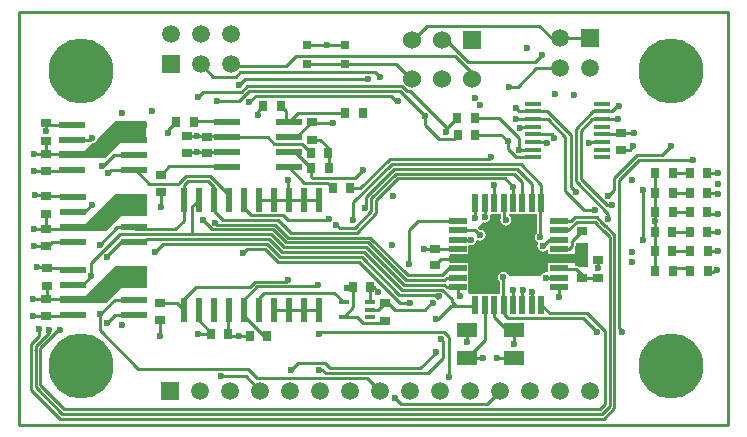
<source format=gtl>
G04*
G04 #@! TF.GenerationSoftware,Altium Limited,Altium Designer,18.1.9 (240)*
G04*
G04 Layer_Physical_Order=1*
G04 Layer_Color=255*
%FSLAX44Y44*%
%MOMM*%
G71*
G01*
G75*
%ADD13C,0.2540*%
%ADD19R,0.7000X0.9000*%
%ADD20R,0.9000X0.8000*%
%ADD21R,0.8000X0.9000*%
%ADD22R,0.9000X0.7000*%
%ADD23R,0.8500X0.4000*%
%ADD24R,1.4000X0.4500*%
%ADD25R,2.2000X0.6000*%
%ADD26R,0.5500X1.5000*%
%ADD27R,1.5000X0.5500*%
%ADD28R,0.7000X0.7500*%
%ADD29R,1.8000X1.2000*%
%ADD30R,0.6000X2.0000*%
%ADD48C,1.5000*%
%ADD49R,1.5000X1.5000*%
%ADD50C,1.5240*%
%ADD51R,1.5240X1.5240*%
%ADD52C,5.5000*%
%ADD53C,0.6000*%
G36*
X107696Y257048D02*
Y238760D01*
X85852D01*
X72898Y225806D01*
X33782D01*
Y231648D01*
X55118D01*
X62051Y238581D01*
X63233Y238817D01*
X64730Y239816D01*
X65729Y241313D01*
X65965Y242495D01*
X80772Y257302D01*
X107442D01*
X107696Y257048D01*
D02*
G37*
G36*
X438026Y178432D02*
Y162361D01*
X437936Y162302D01*
X436936Y160805D01*
X436585Y159040D01*
X436936Y157275D01*
X437936Y155778D01*
X438889Y155142D01*
X439433Y154778D01*
X439220Y153526D01*
X438969Y153149D01*
X438617Y151384D01*
X438969Y149619D01*
X439968Y148122D01*
X441465Y147122D01*
X443230Y146771D01*
X444995Y147122D01*
X446492Y148122D01*
X446726Y148473D01*
X447996Y148088D01*
Y144506D01*
X466044D01*
Y144576D01*
X470882Y144595D01*
Y151254D01*
X470971Y151700D01*
X470971Y151700D01*
Y154432D01*
X481838D01*
Y134552D01*
X480925Y133668D01*
X473705Y133904D01*
X473514Y134094D01*
X472590Y134712D01*
X471500Y134929D01*
X470882Y135927D01*
Y137160D01*
X464820D01*
Y137054D01*
X447996D01*
Y130101D01*
X446726Y129189D01*
X445704Y129393D01*
X443939Y129042D01*
X442442Y128042D01*
X441442Y126545D01*
X441432Y126492D01*
X414316D01*
X414217Y126987D01*
X413218Y128484D01*
X411721Y129483D01*
X409956Y129835D01*
X408191Y129483D01*
X406694Y128484D01*
X405695Y126987D01*
X405343Y125222D01*
X405695Y123457D01*
X406694Y121960D01*
X407107Y121685D01*
Y110804D01*
X381746D01*
X380044Y112506D01*
Y120506D01*
Y128506D01*
Y137054D01*
X364490D01*
X364490Y144506D01*
X380044D01*
Y151287D01*
X381314Y152319D01*
X382078Y152167D01*
X383843Y152519D01*
X385340Y153518D01*
X386339Y155015D01*
X386575Y156198D01*
X387827Y156837D01*
X387899Y156841D01*
X388379Y156521D01*
X390144Y156169D01*
X391909Y156521D01*
X393406Y157520D01*
X394406Y159017D01*
X394757Y160782D01*
X394406Y162547D01*
X393406Y164044D01*
X391909Y165044D01*
X390144Y165395D01*
X389657Y165298D01*
X388160Y166794D01*
X388116Y167242D01*
X392415Y171541D01*
X394020Y171221D01*
X395785Y171572D01*
X397282Y172572D01*
X398282Y174069D01*
X398633Y175834D01*
X398313Y177439D01*
X399631Y178756D01*
X407519D01*
Y175289D01*
X407169Y173530D01*
X407520Y171765D01*
X408520Y170268D01*
X410017Y169268D01*
X411782Y168917D01*
X413547Y169268D01*
X415044Y170268D01*
X416044Y171765D01*
X416395Y173530D01*
X416044Y175295D01*
X415044Y176792D01*
X414004Y177486D01*
X414390Y178756D01*
X437702D01*
X438026Y178432D01*
D02*
G37*
G36*
X108204Y195646D02*
Y177358D01*
X86360D01*
X73406Y164404D01*
X34290D01*
Y170246D01*
X55626D01*
X81280Y195900D01*
X107950D01*
X108204Y195646D01*
D02*
G37*
G36*
Y134278D02*
Y115990D01*
X86360D01*
X73406Y103036D01*
X34290D01*
Y108878D01*
X55626D01*
X81280Y134532D01*
X107950D01*
X108204Y134278D01*
D02*
G37*
D13*
X396170Y17621D02*
X407400Y28851D01*
X323247Y17621D02*
X396170D01*
X318262Y22606D02*
X323247Y17621D01*
X22403Y254480D02*
X40668D01*
X38259Y13557D02*
X491303D01*
X17898Y33918D02*
X38259Y13557D01*
X36387Y9493D02*
X492986D01*
X13834Y32045D02*
X36387Y9493D01*
X34064Y5429D02*
X495301D01*
X9770Y29723D02*
X34064Y5429D01*
X9770Y29723D02*
Y61388D01*
X491303Y13557D02*
X495808Y18062D01*
Y79746D01*
X499872Y16379D02*
Y159512D01*
X492986Y9493D02*
X499872Y16379D01*
X503936Y14064D02*
Y161195D01*
X495301Y5429D02*
X503936Y14064D01*
X366363Y104140D02*
Y106397D01*
X358000Y114760D02*
X366363Y106397D01*
X357952Y126952D02*
X363780Y132780D01*
X348150Y126952D02*
X357952D01*
X348020Y126822D02*
X348150Y126952D01*
X328892Y126822D02*
X348020D01*
X359870Y122888D02*
X361762Y124780D01*
X349833Y122888D02*
X359870D01*
X349627Y122682D02*
X349833Y122888D01*
X327285Y122682D02*
X349627D01*
X361727Y116780D02*
X371020D01*
X359683Y118824D02*
X361727Y116780D01*
X351517Y118824D02*
X359683D01*
X351311Y118618D02*
X351517Y118824D01*
X325601Y118618D02*
X351311D01*
X353200Y114760D02*
X358000D01*
X352994Y114554D02*
X353200Y114760D01*
X323918Y114554D02*
X352994D01*
X355346Y108966D02*
X355600D01*
X354330Y107950D02*
X355346Y108966D01*
X348488Y103124D02*
X350520D01*
X343075Y97711D02*
X348488Y103124D01*
X225898Y244348D02*
X228184D01*
X234566Y243586D02*
X247654Y256674D01*
X228184Y243586D02*
X234566D01*
X247654Y256674D02*
X248296Y256032D01*
X265684D01*
X239332Y237792D02*
X247000Y230124D01*
X216027Y237792D02*
X239332D01*
X260470Y205232D02*
X265296Y200406D01*
X241138Y205232D02*
X260470D01*
X280296Y200406D02*
X288827D01*
X283972Y209296D02*
X290696Y216020D01*
X248180Y209296D02*
X283972D01*
X247008Y210468D02*
X248180Y209296D01*
X247008Y210468D02*
Y217446D01*
X261000Y230124D02*
Y235062D01*
X254388Y241674D02*
X261000Y235062D01*
X247654Y241674D02*
X254388D01*
X261000Y230124D02*
X262008Y229116D01*
Y217446D02*
Y229116D01*
X225898Y231648D02*
X228184D01*
X233568Y230886D02*
X247008Y217446D01*
X228184Y230886D02*
X233568D01*
X150368Y244886D02*
X173360D01*
X210233Y243586D02*
X216027Y237792D01*
X176184Y243586D02*
X210233D01*
X164592Y181610D02*
X172466Y173736D01*
X219202D01*
X230124Y162814D01*
X343916Y254166D02*
X355464Y242618D01*
X322580Y282702D02*
X343916Y261366D01*
Y254166D02*
Y261366D01*
X330774Y282702D02*
X362103Y251373D01*
X328398Y282702D02*
X330774D01*
X194789D02*
X322580D01*
X362103Y251373D02*
X370826Y260096D01*
X274239Y264414D02*
X275964Y262689D01*
X236312Y264414D02*
X274239D01*
X228184Y256286D02*
X236312Y264414D01*
X200152Y278638D02*
X314706D01*
X194818Y273304D02*
X200152Y278638D01*
X314706D02*
X319024Y274320D01*
X332486Y325120D02*
X345440Y338074D01*
X451006Y327400D02*
X458000D01*
X440332Y338074D02*
X451006Y327400D01*
X345440Y338074D02*
X440332D01*
X163786Y295068D02*
X183156D01*
X153492Y305362D02*
X163786Y295068D01*
X151130Y277876D02*
X155496Y282242D01*
X167386Y274320D02*
X186407D01*
X300962Y298910D02*
X304978Y294894D01*
X183156Y295068D02*
X186998Y298910D01*
X186182Y288036D02*
X191262Y293116D01*
X186998Y298910D02*
X300962D01*
X191262Y293116D02*
X294894D01*
X383286Y292100D02*
Y297942D01*
X225872Y303784D02*
X234254Y312166D01*
X180470Y303784D02*
X225872D01*
X178892Y305362D02*
X180470Y303784D01*
X193106Y286766D02*
X324334D01*
X414274Y286512D02*
X422402D01*
X361855Y325120D02*
X379635Y307340D01*
X357886Y325120D02*
X361855D01*
X379635Y307340D02*
X436372D01*
X369062Y312166D02*
X383286Y297942D01*
X234254Y312166D02*
X369062D01*
X324334Y286766D02*
X328398Y282702D01*
X319024Y274320D02*
X320294D01*
X436372Y307340D02*
X442722Y313690D01*
X319026Y305560D02*
X332486Y292100D01*
X275842Y305560D02*
X319026D01*
X509644Y247008D02*
X520566D01*
X508890Y246254D02*
X509644Y247008D01*
X493602Y246254D02*
X508890D01*
X516980Y233008D02*
X519938Y235966D01*
X509644Y233008D02*
X516980D01*
X523335Y228600D02*
X544322D01*
X503936Y209201D02*
X523335Y228600D01*
X525018Y224536D02*
X525272Y224282D01*
X508000Y207518D02*
X525018Y224536D01*
X525272Y224282D02*
X570230D01*
X146304Y161544D02*
X213154D01*
X85410D02*
X146304D01*
Y185184D01*
X151892Y190772D01*
X422402Y286512D02*
X437890Y302000D01*
X423672Y251206D02*
X425220Y252754D01*
X406400Y260096D02*
X423418Y243078D01*
X425220Y252754D02*
X434602D01*
X505968Y269748D02*
X507746D01*
X501974Y265754D02*
X505968Y269748D01*
X544322Y228600D02*
X552196Y236474D01*
X363474Y40386D02*
Y74422D01*
X363794D01*
X359778Y78438D02*
X363794Y74422D01*
X253286Y78438D02*
X254000Y77724D01*
X253286Y78438D02*
X359778D01*
X254000Y76962D02*
Y77724D01*
X357378Y72644D02*
X358902Y71120D01*
Y56642D02*
Y71120D01*
X346456Y44196D02*
X358902Y56642D01*
X352552Y61214D02*
Y62230D01*
X339598Y48260D02*
X352552Y61214D01*
X369485Y101018D02*
X386274D01*
X97062Y155970D02*
X97358Y155935D01*
X86106Y154686D02*
X97062Y155970D01*
X263464Y48260D02*
X339598D01*
X297000Y116400D02*
X297068Y116332D01*
X300094Y116586D02*
X303904Y112776D01*
X296814Y116586D02*
X300094D01*
X408686Y146050D02*
X408940D01*
X407924Y145288D02*
X408686Y146050D01*
X342250Y149240D02*
X351790D01*
X277368Y116078D02*
X282306D01*
X266776Y112014D02*
X274500Y104290D01*
X207264Y112014D02*
X266776D01*
X282306Y116078D02*
X282814Y116586D01*
X282814Y116586D01*
X74676Y143256D02*
X86106Y154686D01*
X74676Y142494D02*
Y143256D01*
X60960Y137094D02*
X85410Y161544D01*
X60960Y125984D02*
Y137094D01*
X202438Y262128D02*
Y266278D01*
X206452Y270292D01*
X225898Y257048D02*
Y265846D01*
X221452Y270292D02*
X225898Y265846D01*
X186407Y274320D02*
X194789Y282702D01*
X188582Y282242D02*
X193106Y286766D01*
X155496Y282242D02*
X188582D01*
X503936Y199136D02*
Y209201D01*
X498348Y193548D02*
X503936Y199136D01*
X471170Y206568D02*
X498703Y179035D01*
X475234Y208251D02*
X497557Y185928D01*
X471170Y206568D02*
Y250952D01*
X475234Y208251D02*
Y249269D01*
X497557Y185928D02*
X501598D01*
X508000Y82042D02*
Y207518D01*
X498703Y174498D02*
Y179035D01*
X478216Y182118D02*
X487426D01*
X494744Y164640D02*
X499872Y159512D01*
X494619Y164640D02*
X494744D01*
X488845Y170415D02*
X494619Y164640D01*
X488845Y170415D02*
Y170539D01*
X487172Y172212D02*
X488845Y170539D01*
X496427Y168704D02*
X503936Y161195D01*
X496303Y168704D02*
X496427D01*
X492909Y172098D02*
X496303Y168704D01*
X492909Y172098D02*
Y172223D01*
X488855Y176276D02*
X492909Y172223D01*
X462280Y198054D02*
X478216Y182118D01*
X189738Y145796D02*
X193040Y149098D01*
X207708D01*
X121666Y153416D02*
X209439D01*
X108225Y157480D02*
X211122D01*
X163510Y165608D02*
X214979D01*
X167640Y169672D02*
X216662D01*
X196088Y177800D02*
X223332D01*
X189992Y183896D02*
X196088Y177800D01*
X223332D02*
X227396Y173736D01*
X207708Y149098D02*
X218630Y138176D01*
X321818Y110490D02*
X351790D01*
X320596Y129371D02*
X327285Y122682D01*
X329946Y164846D02*
X337880Y172780D01*
X329946Y136398D02*
Y164846D01*
X218630Y138176D02*
X287782D01*
X322453Y103505D01*
X290068Y142240D02*
X321818Y110490D01*
X293597Y150622D02*
X325601Y118618D01*
X295281Y154686D02*
X320596Y129371D01*
X296964Y158750D02*
X328892Y126822D01*
X292168Y146304D02*
X323918Y114554D01*
X220615Y142240D02*
X290068D01*
X222298Y146304D02*
X292168D01*
X224076Y150622D02*
X293597D01*
X225901Y154686D02*
X295281D01*
X227584Y158750D02*
X296964D01*
X322453Y103505D02*
X330708D01*
X310762Y104648D02*
X317699Y97711D01*
X343075D01*
X260350Y322060D02*
X275842D01*
X243842D02*
X260350D01*
X178892Y305362D02*
X182934D01*
X243842Y305560D02*
X275842D01*
X282814Y188646D02*
X315148Y220980D01*
X302260Y179241D02*
Y190181D01*
X230124Y162814D02*
X285833D01*
X298196Y180924D02*
Y191865D01*
X271272Y166878D02*
X284150D01*
X298196Y180924D01*
X285833Y162814D02*
X302260Y179241D01*
X282814Y173736D02*
Y188646D01*
X268478Y169672D02*
X271272Y166878D01*
X216662Y169672D02*
X227584Y158750D01*
X214979Y165608D02*
X225901Y154686D01*
X213154Y161544D02*
X224076Y150622D01*
X211122Y157480D02*
X222298Y146304D01*
X209439Y153416D02*
X220615Y142240D01*
X292354Y183439D02*
X293878Y184963D01*
X114554Y146304D02*
X121666Y153416D01*
X445704Y124780D02*
X457020D01*
X355464Y242618D02*
X368290D01*
X371214Y245542D01*
X386214D02*
X408212D01*
X413512Y240242D01*
X423418Y233254D02*
Y243078D01*
X385826Y260096D02*
X406400D01*
X445284Y239754D02*
X446532Y238506D01*
X434602Y239754D02*
X445284D01*
X450740Y246254D02*
X452882Y244112D01*
X434602Y246254D02*
X450740D01*
X452882Y242824D02*
Y244112D01*
X467106Y201422D02*
Y245201D01*
X434602Y265754D02*
X446553D01*
X462280Y198054D02*
Y244280D01*
X434776Y259080D02*
X447480D01*
X462280Y244280D01*
X446553Y265754D02*
X467106Y245201D01*
X410972Y208788D02*
X418020Y201740D01*
Y187780D02*
Y201740D01*
X391160Y125476D02*
X391414Y125730D01*
X402336Y188096D02*
Y202946D01*
X402020Y187780D02*
X402336Y188096D01*
X320867Y208788D02*
X410972D01*
X319183Y212852D02*
X418846D01*
X317500Y216916D02*
X421386D01*
X315148Y220980D02*
X424688D01*
X386146Y164780D02*
X390144Y160782D01*
X386020Y175320D02*
Y187780D01*
X365734Y101018D02*
X369485D01*
X352806Y90170D02*
X354886D01*
X365734Y101018D01*
X351790Y110490D02*
X354330Y107950D01*
X434521Y259334D02*
X434602Y259254D01*
X420624Y259334D02*
X434521D01*
X420370Y268224D02*
X422840Y265754D01*
X434602D01*
X493602Y259254D02*
X494030Y258826D01*
X507238D01*
X493602Y265754D02*
X501974D01*
X467106Y201422D02*
X471424Y197104D01*
X482346Y239014D02*
X483086Y239754D01*
X475234Y249269D02*
X485219Y259254D01*
X471170Y250952D02*
X485972Y265754D01*
X483086Y239754D02*
X493602D01*
X426020Y187780D02*
Y205678D01*
X418846Y212852D02*
X426020Y205678D01*
X470245Y176276D02*
X488855D01*
X471929Y172212D02*
X487172D01*
X485219Y259254D02*
X493602D01*
X485972Y265754D02*
X493602D01*
X434602Y259254D02*
X434776Y259080D01*
X413512Y233807D02*
Y240242D01*
Y233807D02*
X420565Y226754D01*
X434602D01*
X423418Y233254D02*
X434602D01*
X176418Y75184D02*
X186182D01*
X186348Y75350D01*
X194938D01*
X206889D02*
X209938D01*
X189992Y92247D02*
X206889Y75350D01*
X189992Y92247D02*
Y97772D01*
X371020Y111072D02*
X373126Y108966D01*
X371020Y111072D02*
Y116780D01*
X366363Y104140D02*
X369485Y101018D01*
X371020Y164780D02*
X386146D01*
X409956Y101844D02*
Y125222D01*
Y101844D02*
X410020Y101780D01*
X417627Y102173D02*
Y114415D01*
X426020Y113600D02*
X426720Y114300D01*
X434340Y102100D02*
Y112776D01*
X309626Y103512D02*
X310762Y104648D01*
X229870Y46482D02*
X236172Y52784D01*
X258940D01*
X263464Y48260D01*
X253746Y46990D02*
X256540D01*
X259334Y44196D01*
X201009Y40132D02*
X294519D01*
X259334Y44196D02*
X346456D01*
X193389Y47752D02*
X201009Y40132D01*
X294519D02*
X305800Y28851D01*
X191903Y41148D02*
X204200Y28851D01*
X100838Y47752D02*
X193389D01*
X68120Y80470D02*
X100838Y47752D01*
X171196Y41148D02*
X191903D01*
X68120Y80470D02*
Y93520D01*
X68580Y93980D01*
X227396Y173736D02*
X261874D01*
X262382Y174244D01*
X293878Y184963D02*
Y193294D01*
X317500Y216916D01*
X298196Y191865D02*
X319183Y212852D01*
X302260Y190181D02*
X320867Y208788D01*
X149860Y117094D02*
X195167D01*
X225552Y121412D02*
X227330Y123190D01*
X199485Y121412D02*
X225552D01*
X195167Y117094D02*
X199485Y121412D01*
X251124Y117348D02*
X252730Y118954D01*
X201168Y117348D02*
X251124D01*
X97358Y155935D02*
X106680D01*
X108225Y157480D01*
X98990Y165608D02*
X132080D01*
X97212Y167386D02*
X98990Y165608D01*
X125984Y249788D02*
X132828Y256632D01*
X125984Y247650D02*
Y249788D01*
X155415Y173703D02*
X163510Y165608D01*
X119888Y184478D02*
X120142Y184224D01*
X119888Y184478D02*
Y196970D01*
Y211970D02*
X126866Y218948D01*
X109978Y204470D02*
X135128D01*
X98387Y216061D02*
X109978Y204470D01*
X135128D02*
Y204637D01*
X141057Y210566D01*
X161703D01*
X168703Y203566D02*
X168749D01*
X170386Y201929D01*
Y201883D02*
Y201929D01*
Y201883D02*
X177292Y194977D01*
Y190772D02*
Y194977D01*
X161703Y210566D02*
X168703Y203566D01*
X165862Y171450D02*
X167640Y169672D01*
X361762Y124780D02*
X371020D01*
X363780Y132780D02*
X371020D01*
Y156780D02*
X382078D01*
X351790Y135240D02*
X357330Y140780D01*
X371020D01*
X228184Y218186D02*
X241138Y205232D01*
X288827Y200406D02*
X313465Y225044D01*
X397764D01*
X399542Y226822D01*
X442020Y187780D02*
Y203648D01*
X441198Y186958D02*
X442020Y187780D01*
X424688Y220980D02*
X442020Y203648D01*
X441198Y159040D02*
Y186958D01*
X139192Y106426D02*
X149860Y117094D01*
X139192Y97772D02*
Y106426D01*
X133198Y103766D02*
X139192Y97772D01*
X119050Y103766D02*
X133198D01*
X421386Y216916D02*
X434020Y204282D01*
Y187780D02*
Y204282D01*
X164592Y190772D02*
Y201930D01*
Y181610D02*
Y190772D01*
X142740Y206502D02*
X160020D01*
X164592Y201930D01*
X139192Y202954D02*
X142740Y206502D01*
X139192Y190772D02*
Y202954D01*
Y172720D02*
Y190772D01*
X80518Y228854D02*
X96704D01*
X70612Y218948D02*
X80518Y228854D01*
X70104Y218948D02*
X70612D01*
X132080Y165608D02*
X139192Y172720D01*
X83058Y167386D02*
X97212D01*
X80854Y106254D02*
X97356D01*
X68072Y152400D02*
X83058Y167386D01*
X68580Y93980D02*
X80854Y106254D01*
X410368Y174944D02*
Y187432D01*
Y174944D02*
X411782Y173530D01*
X189992Y106172D02*
X201168Y117348D01*
X189992Y97772D02*
Y106172D01*
Y183896D02*
Y190772D01*
X227838Y191026D02*
Y207772D01*
Y191026D02*
X228092Y190772D01*
X240792D02*
X253492D01*
X228092D02*
X240792D01*
X215392D02*
X228092D01*
X202692D02*
X215392D01*
X150368Y230886D02*
X173136D01*
X142240D02*
X150368D01*
X142240Y244886D02*
X150368D01*
X75184Y213360D02*
X77978Y216154D01*
X96704D01*
X73914Y86360D02*
X81108Y93554D01*
X97356D01*
X44704Y241554D02*
X59944D01*
X61468Y243078D01*
X55118Y180086D02*
X61468Y186436D01*
X45356Y118954D02*
X53930D01*
X60960Y125984D01*
X45212Y180086D02*
X55118D01*
X126866Y218948D02*
X173898D01*
X173136Y230886D02*
X173898Y231648D01*
X173360Y244886D02*
X173898Y244348D01*
X147828Y256632D02*
X148244Y257048D01*
X173898D01*
X151130Y76708D02*
X162672D01*
X119050Y75708D02*
Y88766D01*
X151892Y88758D02*
Y97772D01*
Y88758D02*
X162418Y78232D01*
X176418Y96898D02*
X177292Y97772D01*
X176418Y75184D02*
Y96898D01*
X215392Y97772D02*
X228092D01*
X215392D02*
Y98298D01*
X240792Y97772D02*
X253492D01*
X228092D02*
X240792D01*
X202692D02*
Y107442D01*
X207264Y112014D01*
X307474Y86360D02*
X309626Y88512D01*
X291084Y86360D02*
X307474D01*
X286154Y91290D02*
X291084Y86360D01*
X274500Y91290D02*
X286154D01*
X274500D02*
X282814Y99604D01*
Y116586D01*
X296814D02*
X297000Y116400D01*
Y104290D02*
Y116400D01*
X303904Y97790D02*
X309626Y103512D01*
X297000Y97790D02*
X303904D01*
X22352Y248666D02*
Y255445D01*
X22403Y255496D01*
X9652Y61506D02*
Y68645D01*
X16764Y75757D02*
Y81026D01*
X9652Y68645D02*
X16764Y75757D01*
X24892Y78137D02*
Y80867D01*
X13834Y67079D02*
X24892Y78137D01*
X13834Y63308D02*
Y67079D01*
X13716Y63190D02*
X13834Y63308D01*
X33162Y80660D02*
X34290D01*
X17898Y65396D02*
X33162Y80660D01*
X21198Y194629D02*
X22198Y193629D01*
X13462Y194629D02*
X21198D01*
X21965Y134170D02*
X23159Y132976D01*
X14808Y134170D02*
X21965D01*
X9652Y61506D02*
X9770Y61388D01*
X17898Y33918D02*
Y65396D01*
X44034Y132976D02*
X45356Y131654D01*
X23159Y132976D02*
X44034D01*
X466749Y172780D02*
X470245Y176276D01*
X457020Y172780D02*
X466749D01*
X44369Y193629D02*
X45212Y192786D01*
X22198Y193629D02*
X44369D01*
X464497Y164780D02*
X471929Y172212D01*
X457020Y164780D02*
X464497D01*
X40668Y254480D02*
X40894Y254254D01*
X449058Y94742D02*
X480812D01*
X495808Y79746D01*
X442020Y101780D02*
X449058Y94742D01*
X13716Y63190D02*
X13834Y63072D01*
Y32045D02*
Y63072D01*
X12642Y215196D02*
X22606D01*
X12056Y229196D02*
X22606D01*
X12476Y151964D02*
X22650D01*
X27940Y154686D02*
X45212D01*
X25218Y151964D02*
X27940Y154686D01*
X22650Y151964D02*
X25218D01*
X12294Y165964D02*
X22650D01*
X11908Y92426D02*
X22980D01*
X11938Y106426D02*
X22980D01*
X22403Y240496D02*
X22606Y240293D01*
Y229196D02*
Y240293D01*
X43746Y215196D02*
X44704Y216154D01*
X22606Y215196D02*
X43746D01*
X44362Y229196D02*
X44704Y228854D01*
X22606Y229196D02*
X44362D01*
X43790Y165964D02*
X45212Y167386D01*
X22650Y165964D02*
X43790D01*
X22650D02*
Y178177D01*
X22198Y178629D02*
X22650Y178177D01*
X44228Y92426D02*
X45356Y93554D01*
X22980Y92426D02*
X44228D01*
X45184Y106426D02*
X45356Y106254D01*
X22980Y106426D02*
X45184D01*
X22980D02*
X23159Y106605D01*
Y117976D01*
X508000Y82042D02*
X510464Y79578D01*
Y78410D02*
Y79578D01*
X476936Y90424D02*
X488950Y78410D01*
X413894Y90424D02*
X476936D01*
X410020Y94298D02*
X413894Y90424D01*
X410020Y94298D02*
Y101780D01*
X527812Y156464D02*
Y199390D01*
X527812Y156464D02*
X527812Y156464D01*
Y199390D02*
Y200152D01*
X468122Y155954D02*
X476382Y164214D01*
X468122Y151700D02*
Y155954D01*
X457020Y108278D02*
Y116780D01*
X465202Y148780D02*
X468122Y151700D01*
X457020Y148780D02*
X465202D01*
X476758Y124874D02*
X477258Y124374D01*
X489966D01*
X457020Y132080D02*
X471500D01*
X476758Y124874D02*
Y126822D01*
X471500Y132080D02*
X476758Y126822D01*
X457020Y132080D02*
Y132780D01*
X489966Y132588D02*
Y139374D01*
X489966Y139374D02*
X489966Y139374D01*
X402020Y91486D02*
X412926Y80580D01*
X394020Y71820D02*
Y101780D01*
X402020Y91486D02*
Y101780D01*
X378780Y56580D02*
X394020Y71820D01*
X458000Y327400D02*
X483400D01*
X437890Y302000D02*
X458000D01*
X443230Y151384D02*
Y151892D01*
X448118Y156780D01*
X457020D01*
X434020Y101780D02*
X434340Y102100D01*
X426020Y101780D02*
Y113600D01*
X527812Y156464D02*
X527812Y156464D01*
X394020Y175834D02*
Y187780D01*
X337880Y172780D02*
X371020D01*
X417627Y102173D02*
X418020Y101780D01*
X369830Y123590D02*
X371020Y124780D01*
X370560Y149240D02*
X371020Y148780D01*
X351790Y149240D02*
X370560D01*
X378780Y70170D02*
Y80580D01*
X404560Y56580D02*
X418780D01*
Y68260D02*
Y80580D01*
X378780Y56580D02*
X392868D01*
X412926Y80580D02*
X418780D01*
X538150Y130480D02*
Y172390D01*
X556020Y133350D02*
X564940D01*
X553150Y130480D02*
X556020Y133350D01*
X564940D02*
X567810Y130480D01*
X590550Y196520D02*
X591820Y195250D01*
X582480Y196520D02*
X590550D01*
X589280Y131470D02*
X590550D01*
X587020Y129210D02*
X589280Y131470D01*
X584080Y129210D02*
X587020D01*
X582930Y146990D02*
X591820D01*
X538150Y172390D02*
Y180010D01*
X582810Y130480D02*
X584080Y129210D01*
X582480Y163500D02*
X591820D01*
X583750Y178740D02*
X591820D01*
X582480Y180010D02*
X583750Y178740D01*
X582480Y213030D02*
X591820D01*
X582480Y195700D02*
X582930Y195250D01*
X582480Y195700D02*
Y196520D01*
X567480Y213030D02*
X567480Y213030D01*
X553150Y213030D02*
X567480D01*
X567332Y196372D02*
X567480Y196520D01*
X553151Y196372D02*
X567332D01*
X553030Y146990D02*
X567930D01*
X553030Y163500D02*
X567480D01*
X553150Y180010D02*
X553150Y180010D01*
X567480D01*
X538150Y180010D02*
Y213030D01*
X0Y0D02*
X600000D01*
X0D02*
Y350000D01*
X600000D01*
Y0D02*
Y350000D01*
D19*
X290964Y263994D02*
D03*
X275964D02*
D03*
X194938Y75350D02*
D03*
X209938D02*
D03*
X371214Y245542D02*
D03*
X386214D02*
D03*
X370826Y260096D02*
D03*
X385826D02*
D03*
X221452Y270292D02*
D03*
X206452D02*
D03*
X262008Y217446D02*
D03*
X247008D02*
D03*
X280296Y200406D02*
D03*
X265296D02*
D03*
X132828Y256632D02*
D03*
X147828D02*
D03*
X582480Y180010D02*
D03*
X567480D02*
D03*
X582480Y196520D02*
D03*
X567480D02*
D03*
X582480Y213030D02*
D03*
X567480D02*
D03*
X582480Y163500D02*
D03*
X567480D02*
D03*
X582930Y146990D02*
D03*
X567930D02*
D03*
X582810Y130480D02*
D03*
X567810D02*
D03*
X553030Y163500D02*
D03*
X538030D02*
D03*
X553030Y146990D02*
D03*
X538030D02*
D03*
X553150Y130480D02*
D03*
X538150D02*
D03*
X553151Y196372D02*
D03*
X538151D02*
D03*
X553150Y180010D02*
D03*
X538150D02*
D03*
X553150Y213030D02*
D03*
X538150D02*
D03*
D20*
X22606Y215196D02*
D03*
Y229196D02*
D03*
X351790Y149240D02*
D03*
Y135240D02*
D03*
X509644Y247008D02*
D03*
Y233008D02*
D03*
X158750Y243982D02*
D03*
Y229982D02*
D03*
X141732Y244378D02*
D03*
Y230378D02*
D03*
X476758Y124874D02*
D03*
Y138874D02*
D03*
X22980Y106426D02*
D03*
Y92426D02*
D03*
X22650Y165964D02*
D03*
Y151964D02*
D03*
X476382Y164214D02*
D03*
Y150214D02*
D03*
D21*
X282814Y116586D02*
D03*
X296814D02*
D03*
X176672Y76708D02*
D03*
X162672D02*
D03*
X261000Y230124D02*
D03*
X247000D02*
D03*
D22*
X309626Y88512D02*
D03*
Y103512D02*
D03*
X119050Y88766D02*
D03*
Y103766D02*
D03*
X247654Y241674D02*
D03*
Y256674D02*
D03*
X119888Y196970D02*
D03*
Y211970D02*
D03*
X489966Y139374D02*
D03*
Y124374D02*
D03*
X22403Y255496D02*
D03*
Y240496D02*
D03*
X22198Y178629D02*
D03*
Y193629D02*
D03*
X23159Y117976D02*
D03*
Y132976D02*
D03*
D23*
X297000Y91290D02*
D03*
Y97790D02*
D03*
Y104290D02*
D03*
X274500D02*
D03*
Y91290D02*
D03*
D24*
X434602Y272254D02*
D03*
Y265754D02*
D03*
Y259254D02*
D03*
Y252754D02*
D03*
Y246254D02*
D03*
Y239754D02*
D03*
Y233254D02*
D03*
Y226754D02*
D03*
X493602Y272254D02*
D03*
Y265754D02*
D03*
Y259254D02*
D03*
Y252754D02*
D03*
Y246254D02*
D03*
Y239754D02*
D03*
Y233254D02*
D03*
Y226754D02*
D03*
D25*
X45356Y118954D02*
D03*
X97356D02*
D03*
X45356Y131654D02*
D03*
Y106254D02*
D03*
Y93554D02*
D03*
X97356Y131654D02*
D03*
Y106254D02*
D03*
Y93554D02*
D03*
X228184Y218186D02*
D03*
Y230886D02*
D03*
Y256286D02*
D03*
X176184Y218186D02*
D03*
Y230886D02*
D03*
Y256286D02*
D03*
X228184Y243586D02*
D03*
X176184D02*
D03*
X97212Y154686D02*
D03*
Y167386D02*
D03*
Y192786D02*
D03*
X45212Y154686D02*
D03*
Y167386D02*
D03*
Y192786D02*
D03*
X97212Y180086D02*
D03*
X45212D02*
D03*
X96704Y216154D02*
D03*
Y228854D02*
D03*
Y254254D02*
D03*
X44704Y216154D02*
D03*
Y228854D02*
D03*
Y254254D02*
D03*
X96704Y241554D02*
D03*
X44704D02*
D03*
D26*
X386020Y187780D02*
D03*
X394020D02*
D03*
X402020D02*
D03*
X410020D02*
D03*
X418020D02*
D03*
X426020D02*
D03*
X434020D02*
D03*
X442020D02*
D03*
Y101780D02*
D03*
X434020D02*
D03*
X426020D02*
D03*
X418020D02*
D03*
X410020D02*
D03*
X402020D02*
D03*
X394020D02*
D03*
X386020D02*
D03*
D27*
X457020Y172780D02*
D03*
Y164780D02*
D03*
Y156780D02*
D03*
Y148780D02*
D03*
Y140780D02*
D03*
Y132780D02*
D03*
Y124780D02*
D03*
Y116780D02*
D03*
X371020D02*
D03*
Y124780D02*
D03*
Y132780D02*
D03*
Y140780D02*
D03*
Y148780D02*
D03*
Y156780D02*
D03*
Y164780D02*
D03*
Y172780D02*
D03*
D28*
X275842Y305560D02*
D03*
X243842D02*
D03*
Y322060D02*
D03*
X275842D02*
D03*
D29*
X378780Y56580D02*
D03*
X418780D02*
D03*
Y80580D02*
D03*
X378780D02*
D03*
D30*
X139192Y97772D02*
D03*
X151892D02*
D03*
X164592D02*
D03*
X177292D02*
D03*
X189992D02*
D03*
X202692D02*
D03*
X215392D02*
D03*
X228092D02*
D03*
X240792D02*
D03*
X253492D02*
D03*
Y190772D02*
D03*
X240792D02*
D03*
X228092D02*
D03*
X215392D02*
D03*
X202692D02*
D03*
X189992D02*
D03*
X177292D02*
D03*
X164592D02*
D03*
X151892D02*
D03*
X139192D02*
D03*
D48*
X483600Y28851D02*
D03*
X458200D02*
D03*
X432800D02*
D03*
X407400D02*
D03*
X382000D02*
D03*
X356600D02*
D03*
X331200D02*
D03*
X305800D02*
D03*
X280400D02*
D03*
X255000D02*
D03*
X229600D02*
D03*
X204200D02*
D03*
X178800D02*
D03*
X153400D02*
D03*
X483400Y302000D02*
D03*
X458000Y327400D02*
D03*
Y302000D02*
D03*
X178892Y330762D02*
D03*
Y305362D02*
D03*
X153492Y330762D02*
D03*
Y305362D02*
D03*
X128092Y330762D02*
D03*
D49*
X128000Y28851D02*
D03*
X483400Y327400D02*
D03*
X128092Y305362D02*
D03*
D50*
X332711Y293116D02*
D03*
X358111D02*
D03*
X383511D02*
D03*
X332711Y326136D02*
D03*
X358111D02*
D03*
D51*
X383511D02*
D03*
D52*
X552000Y50000D02*
D03*
Y300000D02*
D03*
X52000D02*
D03*
Y50000D02*
D03*
D53*
X318262Y22606D02*
D03*
X355600Y108966D02*
D03*
X350520Y103124D02*
D03*
X343916Y261366D02*
D03*
X294894Y293116D02*
D03*
X385442Y276908D02*
D03*
X389818Y270644D02*
D03*
X414274Y286512D02*
D03*
X320294Y274320D02*
D03*
X304978Y294894D02*
D03*
X520566Y247008D02*
D03*
X453647Y280159D02*
D03*
X519938Y235966D02*
D03*
X423672Y251206D02*
D03*
X507746Y269748D02*
D03*
X570230Y224282D02*
D03*
X518922Y138288D02*
D03*
X112700Y265506D02*
D03*
X469871Y279371D02*
D03*
X254000Y76962D02*
D03*
X357378Y72644D02*
D03*
X352552Y62230D02*
D03*
X363474Y40386D02*
D03*
X303904Y112776D02*
D03*
X87300Y264490D02*
D03*
X408940Y146050D02*
D03*
X399796Y145796D02*
D03*
X342250Y149240D02*
D03*
X277368Y116078D02*
D03*
X74676Y142494D02*
D03*
X202438Y262128D02*
D03*
X194818Y273304D02*
D03*
X552196Y236474D02*
D03*
X498348Y193548D02*
D03*
X501598Y185928D02*
D03*
X487426Y182118D02*
D03*
X498703Y174498D02*
D03*
X189738Y145796D02*
D03*
X329946Y136398D02*
D03*
X330708Y103505D02*
D03*
X186182Y288036D02*
D03*
X430022Y319024D02*
D03*
X260350Y322060D02*
D03*
X316069Y193575D02*
D03*
X315900Y152476D02*
D03*
X282814Y173736D02*
D03*
X268478Y169672D02*
D03*
X292354Y183439D02*
D03*
X167386Y274320D02*
D03*
X114554Y146304D02*
D03*
X87198Y84506D02*
D03*
X445704Y124780D02*
D03*
X151130Y277876D02*
D03*
X361696Y248412D02*
D03*
X452882Y242824D02*
D03*
X446532Y238506D02*
D03*
X418020Y201740D02*
D03*
X391160Y125476D02*
D03*
X402336Y202946D02*
D03*
X390144Y160782D02*
D03*
X386020Y175320D02*
D03*
X352806Y90170D02*
D03*
X420624Y259334D02*
D03*
X420370Y268224D02*
D03*
X507238Y258826D02*
D03*
X471424Y197104D02*
D03*
X482346Y239014D02*
D03*
X413512Y240242D02*
D03*
X423418Y233254D02*
D03*
X400304Y125222D02*
D03*
X373126Y108966D02*
D03*
X409956Y125222D02*
D03*
X417627Y114415D02*
D03*
X426720Y114300D02*
D03*
X434340Y112776D02*
D03*
X253746Y46990D02*
D03*
X229870Y46482D02*
D03*
X171196Y41148D02*
D03*
X262382Y174244D02*
D03*
X227330Y123190D02*
D03*
X252730Y118954D02*
D03*
X125984Y247650D02*
D03*
X165862Y171450D02*
D03*
X155702Y173990D02*
D03*
X120142Y184224D02*
D03*
X382078Y156780D02*
D03*
X399542Y226822D02*
D03*
X441198Y159040D02*
D03*
X70104Y218948D02*
D03*
X68072Y152400D02*
D03*
X68580Y93980D02*
D03*
X227838Y207772D02*
D03*
X150368Y230886D02*
D03*
Y244886D02*
D03*
X75184Y213360D02*
D03*
X73914Y86360D02*
D03*
X61468Y243078D02*
D03*
X60960Y125984D02*
D03*
X61468Y186436D02*
D03*
X290696Y216020D02*
D03*
X265684Y256032D02*
D03*
X151130Y76708D02*
D03*
X186182Y75184D02*
D03*
X119050Y75708D02*
D03*
X215392Y98298D02*
D03*
X22352Y248666D02*
D03*
X24892Y80867D02*
D03*
X34290Y80660D02*
D03*
X13462Y194629D02*
D03*
X14808Y134170D02*
D03*
X16764Y81026D02*
D03*
X12642Y215196D02*
D03*
X12056Y229196D02*
D03*
X12476Y151964D02*
D03*
X12294Y165964D02*
D03*
X11908Y92426D02*
D03*
X11938Y106426D02*
D03*
X510464Y78410D02*
D03*
X488950D02*
D03*
X527812Y199390D02*
D03*
X457020Y108278D02*
D03*
X489966Y132588D02*
D03*
X442722Y313690D02*
D03*
X443230Y151384D02*
D03*
X411782Y173530D02*
D03*
X527812Y156464D02*
D03*
X518788Y207652D02*
D03*
X518922Y146812D02*
D03*
X394020Y175834D02*
D03*
X378780Y70170D02*
D03*
X404560Y56580D02*
D03*
X418780Y68260D02*
D03*
X392868Y56580D02*
D03*
X591820Y195250D02*
D03*
X590550Y131470D02*
D03*
X591820Y204140D02*
D03*
Y146990D02*
D03*
X538150Y172390D02*
D03*
X591820Y163500D02*
D03*
Y178740D02*
D03*
Y213030D02*
D03*
M02*

</source>
